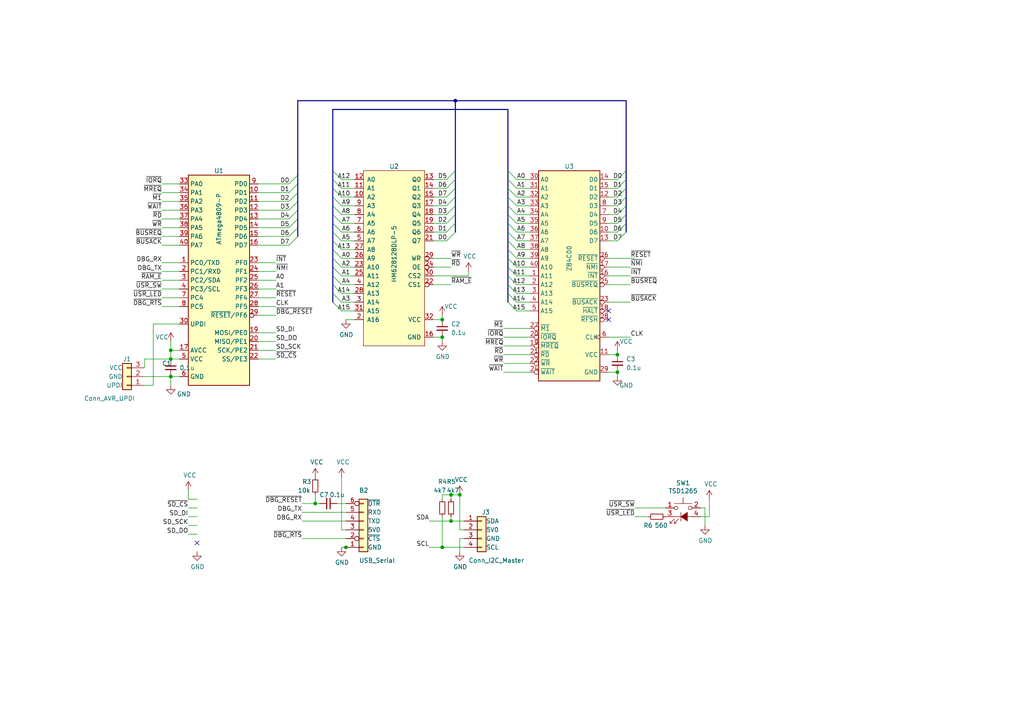
<source format=kicad_sch>
(kicad_sch (version 20211123) (generator eeschema)
  (paper "A4")
  (title_block (title "CyborgZ84C00 Prototype1") (date "2020-12-29") (rev "1") (company "Tadashi G. Takaoka"))
  (lib_symbols
    (symbol "0-LocalLibrary:628128" (pin_names (offset 1.016))
      (property "Reference" "U" (at -1.27 26.67 0))
      (property "Value" "628128" (at 0 -1.27 90))
      (symbol "628128_0_0"
        (pin power_in line (at 11.43 -22.86 180) (length 2.54) (name "GND") (number "16"))
        (pin power_in line (at 11.43 -17.78 180) (length 2.54) (name "VCC") (number "32"))
      )
      (symbol "628128_0_1"
        (rectangle (start -8.89 25.4) (end 8.89 -25.4) (fill (type background)))
      )
      (symbol "628128_1_1"
        (pin input line (at -11.43 17.78 0) (length 2.54) (name "A2") (number "10"))
        (pin input line (at -11.43 20.32 0) (length 2.54) (name "A1") (number "11"))
        (pin input line (at -11.43 22.86 0) (length 2.54) (name "A0") (number "12"))
        (pin bidirectional line (at 11.43 22.86 180) (length 2.54) (name "Q0") (number "13"))
        (pin bidirectional line (at 11.43 20.32 180) (length 2.54) (name "Q1") (number "14"))
        (pin bidirectional line (at 11.43 17.78 180) (length 2.54) (name "Q2") (number "15"))
        (pin bidirectional line (at 11.43 15.24 180) (length 2.54) (name "Q3") (number "17"))
        (pin bidirectional line (at 11.43 12.7 180) (length 2.54) (name "Q4") (number "18"))
        (pin bidirectional line (at 11.43 10.16 180) (length 2.54) (name "Q5") (number "19"))
        (pin input line (at -11.43 -17.78 0) (length 2.54) (name "A16") (number "2"))
        (pin bidirectional line (at 11.43 7.62 180) (length 2.54) (name "Q6") (number "20"))
        (pin bidirectional line (at 11.43 5.08 180) (length 2.54) (name "Q7") (number "21"))
        (pin input inverted (at 11.43 -7.62 180) (length 2.54) (name "CS1") (number "22"))
        (pin input line (at -11.43 -2.54 0) (length 2.54) (name "A10") (number "23"))
        (pin input inverted (at 11.43 -2.54 180) (length 2.54) (name "OE") (number "24"))
        (pin input line (at -11.43 -5.08 0) (length 2.54) (name "A11") (number "25"))
        (pin input line (at -11.43 0 0) (length 2.54) (name "A9") (number "26"))
        (pin input line (at -11.43 2.54 0) (length 2.54) (name "A8") (number "27"))
        (pin input line (at -11.43 -10.16 0) (length 2.54) (name "A13") (number "28"))
        (pin input inverted (at 11.43 0 180) (length 2.54) (name "WR") (number "29"))
        (pin input line (at -11.43 -12.7 0) (length 2.54) (name "A14") (number "3"))
        (pin input line (at 11.43 -5.08 180) (length 2.54) (name "CS2") (number "30"))
        (pin input line (at -11.43 -15.24 0) (length 2.54) (name "A15") (number "31"))
        (pin input line (at -11.43 -7.62 0) (length 2.54) (name "A12") (number "4"))
        (pin input line (at -11.43 5.08 0) (length 2.54) (name "A7") (number "5"))
        (pin input line (at -11.43 7.62 0) (length 2.54) (name "A6") (number "6"))
        (pin input line (at -11.43 10.16 0) (length 2.54) (name "A5") (number "7"))
        (pin input line (at -11.43 12.7 0) (length 2.54) (name "A4") (number "8"))
        (pin input line (at -11.43 15.24 0) (length 2.54) (name "A3") (number "9"))
      )
    )
    (symbol "0-LocalLibrary:ATmega4809-P"
      (property "Reference" "U" (at -1.27 30.48 0))
      (property "Value" "ATmega4809-P" (at -1.27 11.43 90))
      (symbol "ATmega4809-P_0_1"
        (rectangle (start -8.89 -30.48) (end 8.89 30.48) (stroke (width 0.254)) (fill (type background)))
      )
      (symbol "ATmega4809-P_1_1"
        (pin output line (at -11.43 5.08 0) (length 2.54) (name "PC0/TXD") (number "1"))
        (pin input line (at 11.43 25.4 180) (length 2.54) (name "PD1") (number "10"))
        (pin input line (at 11.43 22.86 180) (length 2.54) (name "PD2") (number "11"))
        (pin output line (at 11.43 20.32 180) (length 2.54) (name "PD3") (number "12"))
        (pin input line (at 11.43 17.78 180) (length 2.54) (name "PD4") (number "13"))
        (pin input line (at 11.43 15.24 180) (length 2.54) (name "PD5") (number "14"))
        (pin output line (at 11.43 12.7 180) (length 2.54) (name "PD6") (number "15"))
        (pin output line (at 11.43 10.16 180) (length 2.54) (name "PD7") (number "16"))
        (pin power_in line (at -11.43 -20.32 0) (length 2.54) (name "AVCC") (number "17"))
        (pin power_in line (at -11.43 -27.94 0) (length 2.54) hide (name "GND") (number "18"))
        (pin output line (at 11.43 -15.24 180) (length 2.54) (name "MOSI/PE0") (number "19"))
        (pin input line (at -11.43 2.54 0) (length 2.54) (name "PC1/RXD") (number "2"))
        (pin input line (at 11.43 -17.78 180) (length 2.54) (name "MISO/PE1") (number "20"))
        (pin output line (at 11.43 -20.32 180) (length 2.54) (name "SCK/PE2") (number "21"))
        (pin output line (at 11.43 -22.86 180) (length 2.54) (name "SS/PE3") (number "22"))
        (pin output line (at 11.43 5.08 180) (length 2.54) (name "PF0") (number "23"))
        (pin output line (at 11.43 2.54 180) (length 2.54) (name "PF1") (number "24"))
        (pin input line (at 11.43 0 180) (length 2.54) (name "PF2") (number "25"))
        (pin input line (at 11.43 -2.54 180) (length 2.54) (name "PF3") (number "26"))
        (pin output line (at 11.43 -5.08 180) (length 2.54) (name "PF4") (number "27"))
        (pin output line (at 11.43 -7.62 180) (length 2.54) (name "PF5") (number "28"))
        (pin input inverted (at 11.43 -10.16 180) (length 2.54) (name "~{RESET}/PF6") (number "29"))
        (pin bidirectional line (at -11.43 0 0) (length 2.54) (name "PC2/SDA") (number "3"))
        (pin bidirectional line (at -11.43 -12.7 0) (length 2.54) (name "UPDI") (number "30"))
        (pin power_in line (at -11.43 -22.86 0) (length 2.54) hide (name "VCC") (number "31"))
        (pin power_in line (at -11.43 -27.94 0) (length 2.54) hide (name "GND") (number "32"))
        (pin bidirectional line (at -11.43 27.94 0) (length 2.54) (name "PA0") (number "33"))
        (pin bidirectional line (at -11.43 25.4 0) (length 2.54) (name "PA1") (number "34"))
        (pin bidirectional line (at -11.43 22.86 0) (length 2.54) (name "PA2") (number "35"))
        (pin bidirectional line (at -11.43 20.32 0) (length 2.54) (name "PA3") (number "36"))
        (pin bidirectional line (at -11.43 17.78 0) (length 2.54) (name "PA4") (number "37"))
        (pin bidirectional line (at -11.43 15.24 0) (length 2.54) (name "PA5") (number "38"))
        (pin bidirectional line (at -11.43 12.7 0) (length 2.54) (name "PA6") (number "39"))
        (pin bidirectional line (at -11.43 -2.54 0) (length 2.54) (name "PC3/SCL") (number "4"))
        (pin bidirectional line (at -11.43 10.16 0) (length 2.54) (name "PA7") (number "40"))
        (pin power_in line (at -11.43 -22.86 0) (length 2.54) (name "VCC") (number "5"))
        (pin power_in line (at -11.43 -27.94 0) (length 2.54) (name "GND") (number "6"))
        (pin output line (at -11.43 -5.08 0) (length 2.54) (name "PC4") (number "7"))
        (pin output line (at -11.43 -7.62 0) (length 2.54) (name "PC5") (number "8"))
        (pin input line (at 11.43 27.94 180) (length 2.54) (name "PD0") (number "9"))
      )
    )
    (symbol "0-LocalLibrary:Conn_AVR_UPDI" (pin_names (offset 2.54))
      (property "Reference" "J" (at 0 7.62 0))
      (property "Value" "Conn_AVR_UPDI" (at 0 -2.54 0))
      (symbol "Conn_AVR_UPDI_1_1"
        (rectangle (start -1.27 0.127) (end 0 -0.127) (stroke (width 0.1524)))
        (rectangle (start -1.27 2.667) (end 0 2.413) (stroke (width 0.1524)))
        (rectangle (start -1.27 5.207) (end 0 4.953) (stroke (width 0.1524)))
        (rectangle (start -1.27 6.35) (end 1.27 -1.27) (stroke (width 0.254)) (fill (type background)))
        (pin bidirectional line (at -5.08 5.08 0) (length 3.81) (name "UPDI") (number "1"))
        (pin passive line (at -5.08 2.54 0) (length 3.81) (name "GND") (number "2"))
        (pin passive line (at -5.08 0 0) (length 3.81) (name "VCC") (number "3"))
      )
    )
    (symbol "0-LocalLibrary:Conn_I2C_Master" (pin_names (offset 2.54))
      (property "Reference" "J" (at 0 5.08 0))
      (property "Value" "Conn_I2C_Master" (at 0 -7.62 0))
      (symbol "Conn_I2C_Master_1_1"
        (rectangle (start -1.27 -4.953) (end 0 -5.207) (stroke (width 0.1524)))
        (rectangle (start -1.27 -2.413) (end 0 -2.667) (stroke (width 0.1524)))
        (rectangle (start -1.27 0.127) (end 0 -0.127) (stroke (width 0.1524)))
        (rectangle (start -1.27 2.667) (end 0 2.413) (stroke (width 0.1524)))
        (rectangle (start -1.27 3.81) (end 1.27 -6.35) (stroke (width 0.254)) (fill (type background)))
        (pin bidirectional line (at -5.08 2.54 0) (length 3.81) (name "SDA") (number "1"))
        (pin power_in line (at -5.08 0 0) (length 3.81) (name "5V0") (number "2"))
        (pin power_in line (at -5.08 -2.54 0) (length 3.81) (name "GND") (number "3"))
        (pin bidirectional line (at -5.08 -5.08 0) (length 3.81) (name "SCL") (number "4"))
      )
    )
    (symbol "0-LocalLibrary:SW_Push_LED" (pin_names (offset 1.016) hide)
      (property "Reference" "SW" (at 0.635 5.715 0))
      (property "Value" "SW_Push_LED" (at 0 -3.175 0))
      (symbol "SW_Push_LED_0_0"
        (polyline (pts (xy -3.81 -1.905) (xy -2.54 -0.635)))
        (polyline (pts (xy -2.54 -1.905) (xy -1.27 -0.635)))
        (polyline (pts (xy -2.54 0) (xy 2.54 0)))
        (polyline (pts (xy -0.635 1.27) (xy -0.635 -1.27)))
        (polyline (pts (xy -3.81 -1.27) (xy -3.81 -1.905) (xy -3.175 -1.905)))
        (polyline (pts (xy -2.54 -1.27) (xy -2.54 -1.905) (xy -1.905 -1.905)))
        (polyline (pts (xy -0.635 0) (xy 1.27 1.27) (xy 1.27 -1.27) (xy -0.635 0)) (fill (type outline)))
      )
      (symbol "SW_Push_LED_0_1"
        (circle (center -2.032 2.54) (radius 0.508))
        (polyline (pts (xy 0 3.81) (xy 0 5.588)))
        (polyline (pts (xy 2.54 3.81) (xy -2.54 3.81)))
        (circle (center 2.032 2.54) (radius 0.508))
        (pin passive line (at -5.08 2.54 0) (length 2.54) (name "1") (number "1"))
        (pin passive line (at 5.08 2.54 180) (length 2.54) (name "2") (number "2"))
        (pin passive line (at -5.08 0 0) (length 2.54) (name "K") (number "3"))
        (pin passive line (at 5.08 0 180) (length 2.54) (name "A") (number "4"))
      )
    )
    (symbol "0-LocalLibrary:USB_Serial" (pin_names (offset 2.54))
      (property "Reference" "B" (at 0 7.62 0))
      (property "Value" "USB_Serial" (at 0 -10.16 0))
      (symbol "USB_Serial_1_1"
        (rectangle (start -1.27 -7.493) (end 0 -7.747) (stroke (width 0.1524)))
        (rectangle (start -1.27 -4.953) (end 0 -5.207) (stroke (width 0.1524)))
        (rectangle (start -1.27 -2.413) (end 0 -2.667) (stroke (width 0.1524)))
        (rectangle (start -1.27 0.127) (end 0 -0.127) (stroke (width 0.1524)))
        (rectangle (start -1.27 2.667) (end 0 2.413) (stroke (width 0.1524)))
        (rectangle (start -1.27 5.207) (end 0 4.953) (stroke (width 0.1524)))
        (rectangle (start -1.27 6.35) (end 1.27 -8.89) (stroke (width 0.254)) (fill (type background)))
        (pin power_out line (at -5.08 -7.62 0) (length 3.81) (name "GND") (number "1"))
        (pin input inverted (at -5.08 -5.08 0) (length 3.81) (name "~{CTS}") (number "2"))
        (pin power_out line (at -5.08 -2.54 0) (length 3.81) (name "5V0") (number "3"))
        (pin input line (at -5.08 0 0) (length 3.81) (name "TXD") (number "4"))
        (pin output line (at -5.08 2.54 0) (length 3.81) (name "RXD") (number "5"))
        (pin output inverted (at -5.08 5.08 0) (length 3.81) (name "~{DTR}") (number "6"))
      )
    )
    (symbol "0-LocalLibrary:Z84C00"
      (property "Reference" "U" (at -1.27 31.75 0))
      (property "Value" "Z84C00" (at 0 -3.81 90))
      (symbol "Z84C00_0_1"
        (rectangle (start -8.89 -30.48) (end 8.89 30.48) (stroke (width 0.254)) (fill (type background)))
      )
      (symbol "Z84C00_1_1"
        (pin output line (at 11.43 0 180) (length 2.54) (name "A11") (number "1"))
        (pin bidirectional line (at -11.43 12.7 0) (length 2.54) (name "D6") (number "10"))
        (pin power_in line (at -11.43 -22.86 0) (length 2.54) (name "VCC") (number "11"))
        (pin bidirectional line (at -11.43 22.86 0) (length 2.54) (name "D2") (number "12"))
        (pin bidirectional line (at -11.43 10.16 0) (length 2.54) (name "D7") (number "13"))
        (pin bidirectional line (at -11.43 27.94 0) (length 2.54) (name "D0") (number "14"))
        (pin bidirectional line (at -11.43 25.4 0) (length 2.54) (name "D1") (number "15"))
        (pin input inverted (at -11.43 0 0) (length 2.54) (name "~{INT}") (number "16"))
        (pin input inverted (at -11.43 2.54 0) (length 2.54) (name "~{NMI}") (number "17"))
        (pin output inverted (at -11.43 -10.16 0) (length 2.54) (name "~{HALT}") (number "18"))
        (pin output inverted (at 11.43 -20.32 180) (length 2.54) (name "~{MREQ}") (number "19"))
        (pin output line (at 11.43 -2.54 180) (length 2.54) (name "A12") (number "2"))
        (pin output inverted (at 11.43 -17.78 180) (length 2.54) (name "~{IORQ}") (number "20"))
        (pin output inverted (at 11.43 -22.86 180) (length 2.54) (name "~{RD}") (number "21"))
        (pin output inverted (at 11.43 -25.4 180) (length 2.54) (name "~{WR}") (number "22"))
        (pin output inverted (at -11.43 -7.62 0) (length 2.54) (name "~{BUSACK}") (number "23"))
        (pin input inverted (at 11.43 -27.94 180) (length 2.54) (name "~{WAIT}") (number "24"))
        (pin input inverted (at -11.43 -2.54 0) (length 2.54) (name "~{BUSREQ}") (number "25"))
        (pin input inverted (at -11.43 5.08 0) (length 2.54) (name "~{RESET}") (number "26"))
        (pin output inverted (at 11.43 -15.24 180) (length 2.54) (name "~{M1}") (number "27"))
        (pin output inverted (at -11.43 -12.7 0) (length 2.54) (name "~{RFSH}") (number "28"))
        (pin power_in line (at -11.43 -27.94 0) (length 2.54) (name "GND") (number "29"))
        (pin output line (at 11.43 -5.08 180) (length 2.54) (name "A13") (number "3"))
        (pin output line (at 11.43 27.94 180) (length 2.54) (name "A0") (number "30"))
        (pin output line (at 11.43 25.4 180) (length 2.54) (name "A1") (number "31"))
        (pin output line (at 11.43 22.86 180) (length 2.54) (name "A2") (number "32"))
        (pin output line (at 11.43 20.32 180) (length 2.54) (name "A3") (number "33"))
        (pin output line (at 11.43 17.78 180) (length 2.54) (name "A4") (number "34"))
        (pin output line (at 11.43 15.24 180) (length 2.54) (name "A5") (number "35"))
        (pin output line (at 11.43 12.7 180) (length 2.54) (name "A6") (number "36"))
        (pin output line (at 11.43 10.16 180) (length 2.54) (name "A7") (number "37"))
        (pin output line (at 11.43 7.62 180) (length 2.54) (name "A8") (number "38"))
        (pin output line (at 11.43 5.08 180) (length 2.54) (name "A9") (number "39"))
        (pin output line (at 11.43 -7.62 180) (length 2.54) (name "A14") (number "4"))
        (pin output line (at 11.43 2.54 180) (length 2.54) (name "A10") (number "40"))
        (pin output line (at 11.43 -10.16 180) (length 2.54) (name "A15") (number "5"))
        (pin input clock (at -11.43 -17.78 0) (length 2.54) (name "CLK") (number "6"))
        (pin bidirectional line (at -11.43 17.78 0) (length 2.54) (name "D4") (number "7"))
        (pin bidirectional line (at -11.43 20.32 0) (length 2.54) (name "D3") (number "8"))
        (pin bidirectional line (at -11.43 15.24 0) (length 2.54) (name "D5") (number "9"))
      )
    )
    (symbol "Device:C_Small" (pin_numbers hide) (pin_names (offset 0.254) hide)
      (property "Reference" "C" (at 0.254 1.778 0))
      (property "Value" "C_Small" (at 0.254 -2.032 0))
      (symbol "C_Small_0_1"
        (polyline (pts (xy -1.524 -0.508) (xy 1.524 -0.508)) (stroke (width 0.3302)))
        (polyline (pts (xy -1.524 0.508) (xy 1.524 0.508)) (stroke (width 0.3048)))
      )
      (symbol "C_Small_1_1"
        (pin passive line (at 0 2.54 270) (length 2.032) (name "~") (number "1"))
        (pin passive line (at 0 -2.54 90) (length 2.032) (name "~") (number "2"))
      )
    )
    (symbol "Device:R_Small" (pin_numbers hide) (pin_names (offset 0.254) hide)
      (property "Reference" "R" (at 0.762 0.508 0))
      (property "Value" "R_Small" (at 0.762 -1.016 0))
      (symbol "R_Small_0_1"
        (rectangle (start -0.762 1.778) (end 0.762 -1.778) (stroke (width 0.2032)))
      )
      (symbol "R_Small_1_1"
        (pin passive line (at 0 2.54 270) (length 0.762) (name "~") (number "1"))
        (pin passive line (at 0 -2.54 90) (length 0.762) (name "~") (number "2"))
      )
    )
    (symbol "power:GND" (power) (pin_names (offset 0))
      (property "Value" "GND" (at 0 -3.81 0))
      (symbol "GND_0_1"
        (polyline (pts (xy 0 0) (xy 0 -1.27) (xy 1.27 -1.27) (xy 0 -2.54) (xy -1.27 -1.27) (xy 0 -1.27)))
      )
      (symbol "GND_1_1"
        (pin power_in line (at 0 0 270) (length 0) hide (name "GND") (number "1"))
      )
    )
    (symbol "power:VCC" (power) (pin_names (offset 0))
      (property "Value" "VCC" (at 0 3.81 0))
      (symbol "VCC_0_1"
        (polyline (pts (xy -0.762 1.27) (xy 0 2.54)))
        (polyline (pts (xy 0 0) (xy 0 2.54)))
        (polyline (pts (xy 0 2.54) (xy 0.762 1.27)))
      )
      (symbol "VCC_1_1"
        (pin power_in line (at 0 0 90) (length 0) hide (name "VCC") (number "1"))
      )
    )
  )
  (junction (at 130.81 143.51))
  (junction (at 128.27 97.79))
  (junction (at 130.81 151.13))
  (junction (at 133.35 143.51))
  (junction (at 49.53 101.6))
  (junction (at 128.27 92.71))
  (junction (at 49.53 109.22))
  (junction (at 91.44 146.05))
  (junction (at 49.53 104.14))
  (junction (at 128.27 158.75))
  (junction (at 132.08 29.21))
  (junction (at 100.33 158.75))
  (junction (at 179.07 102.87))
  (junction (at 179.07 107.95))
  (no_connect (at 57.15 157.48))
  (no_connect (at 176.53 92.71))
  (no_connect (at 176.53 90.17))
  (bus_entry (at 129.54 54.61) (size 2.54 -2.54))
  (bus_entry (at 147.32 49.53) (size 2.54 2.54))
  (bus_entry (at 96.52 52.07) (size 2.54 2.54))
  (bus_entry (at 96.52 67.31) (size 2.54 2.54))
  (bus_entry (at 86.36 60.96) (size -2.54 2.54))
  (bus_entry (at 96.52 62.23) (size 2.54 2.54))
  (bus_entry (at 86.36 68.58) (size -2.54 2.54))
  (bus_entry (at 86.36 58.42) (size -2.54 2.54))
  (bus_entry (at 179.07 54.61) (size 2.54 -2.54))
  (bus_entry (at 129.54 57.15) (size 2.54 -2.54))
  (bus_entry (at 86.36 66.04) (size -2.54 2.54))
  (bus_entry (at 96.52 57.15) (size 2.54 2.54))
  (bus_entry (at 179.07 69.85) (size 2.54 -2.54))
  (bus_entry (at 129.54 69.85) (size 2.54 -2.54))
  (bus_entry (at 147.32 80.01) (size 2.54 2.54))
  (bus_entry (at 179.07 52.07) (size 2.54 -2.54))
  (bus_entry (at 129.54 64.77) (size 2.54 -2.54))
  (bus_entry (at 147.32 85.09) (size 2.54 2.54))
  (bus_entry (at 147.32 67.31) (size 2.54 2.54))
  (bus_entry (at 129.54 59.69) (size 2.54 -2.54))
  (bus_entry (at 96.52 69.85) (size 2.54 2.54))
  (bus_entry (at 147.32 64.77) (size 2.54 2.54))
  (bus_entry (at 147.32 62.23) (size 2.54 2.54))
  (bus_entry (at 147.32 82.55) (size 2.54 2.54))
  (bus_entry (at 147.32 72.39) (size 2.54 2.54))
  (bus_entry (at 96.52 49.53) (size 2.54 2.54))
  (bus_entry (at 96.52 82.55) (size 2.54 2.54))
  (bus_entry (at 179.07 62.23) (size 2.54 -2.54))
  (bus_entry (at 86.36 55.88) (size -2.54 2.54))
  (bus_entry (at 147.32 87.63) (size 2.54 2.54))
  (bus_entry (at 129.54 67.31) (size 2.54 -2.54))
  (bus_entry (at 96.52 80.01) (size 2.54 2.54))
  (bus_entry (at 86.36 63.5) (size -2.54 2.54))
  (bus_entry (at 96.52 54.61) (size 2.54 2.54))
  (bus_entry (at 96.52 74.93) (size 2.54 2.54))
  (bus_entry (at 179.07 57.15) (size 2.54 -2.54))
  (bus_entry (at 179.07 64.77) (size 2.54 -2.54))
  (bus_entry (at 129.54 52.07) (size 2.54 -2.54))
  (bus_entry (at 147.32 77.47) (size 2.54 2.54))
  (bus_entry (at 96.52 64.77) (size 2.54 2.54))
  (bus_entry (at 147.32 57.15) (size 2.54 2.54))
  (bus_entry (at 129.54 62.23) (size 2.54 -2.54))
  (bus_entry (at 147.32 59.69) (size 2.54 2.54))
  (bus_entry (at 86.36 50.8) (size -2.54 2.54))
  (bus_entry (at 96.52 59.69) (size 2.54 2.54))
  (bus_entry (at 96.52 87.63) (size 2.54 2.54))
  (bus_entry (at 179.07 59.69) (size 2.54 -2.54))
  (bus_entry (at 179.07 67.31) (size 2.54 -2.54))
  (bus_entry (at 147.32 69.85) (size 2.54 2.54))
  (bus_entry (at 96.52 85.09) (size 2.54 2.54))
  (bus_entry (at 96.52 77.47) (size 2.54 2.54))
  (bus_entry (at 96.52 72.39) (size 2.54 2.54))
  (bus_entry (at 147.32 52.07) (size 2.54 2.54))
  (bus_entry (at 147.32 54.61) (size 2.54 2.54))
  (bus_entry (at 147.32 74.93) (size 2.54 2.54))
  (bus_entry (at 86.36 53.34) (size -2.54 2.54))
  (bus (pts (xy 132.08 57.15) (xy 132.08 59.69)))
  (wire (pts (xy 133.35 156.21) (xy 133.35 160.02)))
  (wire (pts (xy 99.06 87.63) (xy 102.87 87.63)))
  (wire (pts (xy 134.62 153.67) (xy 133.35 153.67)))
  (wire (pts (xy 128.27 97.79) (xy 125.73 97.79)))
  (wire (pts (xy 87.63 156.21) (xy 100.33 156.21)))
  (wire (pts (xy 54.61 142.24) (xy 54.61 144.78)))
  (wire (pts (xy 52.07 104.14) (xy 49.53 104.14)))
  (bus (pts (xy 86.36 66.04) (xy 86.36 68.58)))
  (wire (pts (xy 176.53 54.61) (xy 179.07 54.61)))
  (wire (pts (xy 100.33 92.71) (xy 102.87 92.71)))
  (wire (pts (xy 91.44 146.05) (xy 92.71 146.05)))
  (wire (pts (xy 146.05 100.33) (xy 153.67 100.33)))
  (bus (pts (xy 147.32 57.15) (xy 147.32 59.69)))
  (wire (pts (xy 74.93 91.44) (xy 80.01 91.44)))
  (wire (pts (xy 52.07 53.34) (xy 46.99 53.34)))
  (bus (pts (xy 181.61 29.21) (xy 181.61 49.53)))
  (bus (pts (xy 96.52 80.01) (xy 96.52 82.55)))
  (wire (pts (xy 80.01 86.36) (xy 74.93 86.36)))
  (wire (pts (xy 99.06 85.09) (xy 102.87 85.09)))
  (wire (pts (xy 80.01 104.14) (xy 74.93 104.14)))
  (bus (pts (xy 147.32 52.07) (xy 147.32 54.61)))
  (bus (pts (xy 86.36 29.21) (xy 132.08 29.21)))
  (bus (pts (xy 132.08 59.69) (xy 132.08 62.23)))
  (wire (pts (xy 134.62 156.21) (xy 133.35 156.21)))
  (bus (pts (xy 147.32 49.53) (xy 147.32 52.07)))
  (wire (pts (xy 176.53 80.01) (xy 182.88 80.01)))
  (wire (pts (xy 149.86 90.17) (xy 153.67 90.17)))
  (wire (pts (xy 125.73 92.71) (xy 128.27 92.71)))
  (wire (pts (xy 125.73 69.85) (xy 129.54 69.85)))
  (wire (pts (xy 83.82 68.58) (xy 74.93 68.58)))
  (wire (pts (xy 204.47 147.32) (xy 204.47 152.4)))
  (wire (pts (xy 125.73 52.07) (xy 129.54 52.07)))
  (wire (pts (xy 49.53 104.14) (xy 49.53 101.6)))
  (wire (pts (xy 57.15 152.4) (xy 54.61 152.4)))
  (bus (pts (xy 96.52 52.07) (xy 96.52 54.61)))
  (bus (pts (xy 86.36 53.34) (xy 86.36 55.88)))
  (wire (pts (xy 133.35 153.67) (xy 133.35 143.51)))
  (bus (pts (xy 147.32 54.61) (xy 147.32 57.15)))
  (bus (pts (xy 96.52 62.23) (xy 96.52 64.77)))
  (wire (pts (xy 130.81 144.78) (xy 130.81 143.51)))
  (bus (pts (xy 96.52 31.75) (xy 147.32 31.75)))
  (wire (pts (xy 176.53 102.87) (xy 179.07 102.87)))
  (wire (pts (xy 74.93 101.6) (xy 80.01 101.6)))
  (wire (pts (xy 83.82 63.5) (xy 74.93 63.5)))
  (wire (pts (xy 128.27 158.75) (xy 134.62 158.75)))
  (wire (pts (xy 135.89 80.01) (xy 135.89 78.74)))
  (wire (pts (xy 52.07 83.82) (xy 46.99 83.82)))
  (wire (pts (xy 41.91 104.14) (xy 41.91 106.68)))
  (bus (pts (xy 181.61 62.23) (xy 181.61 64.77)))
  (wire (pts (xy 83.82 55.88) (xy 74.93 55.88)))
  (wire (pts (xy 46.99 76.2) (xy 52.07 76.2)))
  (wire (pts (xy 128.27 149.86) (xy 128.27 158.75)))
  (bus (pts (xy 96.52 74.93) (xy 96.52 77.47)))
  (wire (pts (xy 49.53 109.22) (xy 49.53 111.76)))
  (wire (pts (xy 99.06 59.69) (xy 102.87 59.69)))
  (wire (pts (xy 128.27 97.79) (xy 128.27 99.06)))
  (wire (pts (xy 80.01 99.06) (xy 74.93 99.06)))
  (wire (pts (xy 99.06 72.39) (xy 102.87 72.39)))
  (wire (pts (xy 125.73 82.55) (xy 130.81 82.55)))
  (bus (pts (xy 132.08 29.21) (xy 181.61 29.21)))
  (wire (pts (xy 146.05 105.41) (xy 153.67 105.41)))
  (wire (pts (xy 149.86 82.55) (xy 153.67 82.55)))
  (wire (pts (xy 125.73 54.61) (xy 129.54 54.61)))
  (wire (pts (xy 52.07 55.88) (xy 46.99 55.88)))
  (wire (pts (xy 41.91 109.22) (xy 49.53 109.22)))
  (wire (pts (xy 99.06 158.75) (xy 100.33 158.75)))
  (wire (pts (xy 91.44 143.51) (xy 91.44 146.05)))
  (bus (pts (xy 147.32 69.85) (xy 147.32 72.39)))
  (wire (pts (xy 83.82 53.34) (xy 74.93 53.34)))
  (bus (pts (xy 181.61 49.53) (xy 181.61 52.07)))
  (wire (pts (xy 149.86 52.07) (xy 153.67 52.07)))
  (wire (pts (xy 176.53 107.95) (xy 179.07 107.95)))
  (wire (pts (xy 99.06 67.31) (xy 102.87 67.31)))
  (wire (pts (xy 57.15 149.86) (xy 54.61 149.86)))
  (wire (pts (xy 99.06 54.61) (xy 102.87 54.61)))
  (wire (pts (xy 99.06 77.47) (xy 102.87 77.47)))
  (bus (pts (xy 96.52 64.77) (xy 96.52 67.31)))
  (bus (pts (xy 132.08 49.53) (xy 132.08 52.07)))
  (bus (pts (xy 86.36 63.5) (xy 86.36 66.04)))
  (wire (pts (xy 184.15 147.32) (xy 193.04 147.32)))
  (wire (pts (xy 125.73 67.31) (xy 129.54 67.31)))
  (bus (pts (xy 86.36 50.8) (xy 86.36 53.34)))
  (bus (pts (xy 96.52 82.55) (xy 96.52 85.09)))
  (wire (pts (xy 49.53 109.22) (xy 52.07 109.22)))
  (wire (pts (xy 87.63 148.59) (xy 100.33 148.59)))
  (wire (pts (xy 87.63 151.13) (xy 100.33 151.13)))
  (wire (pts (xy 153.67 107.95) (xy 146.05 107.95)))
  (wire (pts (xy 74.93 96.52) (xy 80.01 96.52)))
  (bus (pts (xy 96.52 49.53) (xy 96.52 52.07)))
  (wire (pts (xy 125.73 80.01) (xy 135.89 80.01)))
  (wire (pts (xy 149.86 77.47) (xy 153.67 77.47)))
  (wire (pts (xy 52.07 88.9) (xy 46.99 88.9)))
  (wire (pts (xy 49.53 101.6) (xy 49.53 99.06)))
  (wire (pts (xy 52.07 68.58) (xy 46.99 68.58)))
  (bus (pts (xy 132.08 64.77) (xy 132.08 67.31)))
  (wire (pts (xy 176.53 87.63) (xy 182.88 87.63)))
  (wire (pts (xy 176.53 59.69) (xy 179.07 59.69)))
  (wire (pts (xy 99.06 138.43) (xy 99.06 153.67)))
  (wire (pts (xy 176.53 97.79) (xy 182.88 97.79)))
  (wire (pts (xy 99.06 62.23) (xy 102.87 62.23)))
  (wire (pts (xy 176.53 69.85) (xy 179.07 69.85)))
  (wire (pts (xy 52.07 101.6) (xy 49.53 101.6)))
  (wire (pts (xy 87.63 146.05) (xy 91.44 146.05)))
  (wire (pts (xy 52.07 78.74) (xy 46.99 78.74)))
  (bus (pts (xy 147.32 85.09) (xy 147.32 87.63)))
  (bus (pts (xy 96.52 67.31) (xy 96.52 69.85)))
  (bus (pts (xy 132.08 62.23) (xy 132.08 64.77)))
  (wire (pts (xy 99.06 74.93) (xy 102.87 74.93)))
  (bus (pts (xy 181.61 57.15) (xy 181.61 59.69)))
  (wire (pts (xy 176.53 57.15) (xy 179.07 57.15)))
  (wire (pts (xy 83.82 58.42) (xy 74.93 58.42)))
  (bus (pts (xy 86.36 58.42) (xy 86.36 60.96)))
  (wire (pts (xy 125.73 64.77) (xy 129.54 64.77)))
  (wire (pts (xy 41.91 111.76) (xy 44.45 111.76)))
  (bus (pts (xy 147.32 72.39) (xy 147.32 74.93)))
  (wire (pts (xy 133.35 143.51) (xy 130.81 143.51)))
  (wire (pts (xy 125.73 62.23) (xy 129.54 62.23)))
  (wire (pts (xy 83.82 60.96) (xy 74.93 60.96)))
  (wire (pts (xy 128.27 91.44) (xy 128.27 92.71)))
  (bus (pts (xy 147.32 59.69) (xy 147.32 62.23)))
  (wire (pts (xy 46.99 81.28) (xy 52.07 81.28)))
  (bus (pts (xy 132.08 54.61) (xy 132.08 57.15)))
  (bus (pts (xy 86.36 60.96) (xy 86.36 63.5)))
  (wire (pts (xy 124.46 158.75) (xy 128.27 158.75)))
  (bus (pts (xy 181.61 59.69) (xy 181.61 62.23)))
  (wire (pts (xy 74.93 81.28) (xy 80.01 81.28)))
  (wire (pts (xy 99.06 52.07) (xy 102.87 52.07)))
  (wire (pts (xy 83.82 66.04) (xy 74.93 66.04)))
  (wire (pts (xy 149.86 59.69) (xy 153.67 59.69)))
  (wire (pts (xy 149.86 57.15) (xy 153.67 57.15)))
  (bus (pts (xy 181.61 54.61) (xy 181.61 57.15)))
  (bus (pts (xy 181.61 52.07) (xy 181.61 54.61)))
  (wire (pts (xy 149.86 80.01) (xy 153.67 80.01)))
  (wire (pts (xy 149.86 67.31) (xy 153.67 67.31)))
  (wire (pts (xy 57.15 144.78) (xy 54.61 144.78)))
  (wire (pts (xy 124.46 151.13) (xy 130.81 151.13)))
  (bus (pts (xy 96.52 31.75) (xy 96.52 49.53)))
  (wire (pts (xy 203.2 149.86) (xy 205.74 149.86)))
  (wire (pts (xy 52.07 58.42) (xy 46.99 58.42)))
  (wire (pts (xy 176.53 62.23) (xy 179.07 62.23)))
  (wire (pts (xy 205.74 144.78) (xy 205.74 149.86)))
  (wire (pts (xy 44.45 93.98) (xy 52.07 93.98)))
  (wire (pts (xy 125.73 59.69) (xy 129.54 59.69)))
  (wire (pts (xy 176.53 77.47) (xy 182.88 77.47)))
  (wire (pts (xy 125.73 74.93) (xy 130.81 74.93)))
  (wire (pts (xy 57.15 147.32) (xy 54.61 147.32)))
  (wire (pts (xy 52.07 63.5) (xy 46.99 63.5)))
  (bus (pts (xy 96.52 54.61) (xy 96.52 57.15)))
  (wire (pts (xy 149.86 54.61) (xy 153.67 54.61)))
  (bus (pts (xy 147.32 64.77) (xy 147.32 67.31)))
  (wire (pts (xy 74.93 78.74) (xy 80.01 78.74)))
  (wire (pts (xy 80.01 88.9) (xy 74.93 88.9)))
  (wire (pts (xy 100.33 158.75) (xy 101.6 158.75)))
  (bus (pts (xy 147.32 67.31) (xy 147.32 69.85)))
  (wire (pts (xy 52.07 66.04) (xy 46.99 66.04)))
  (bus (pts (xy 86.36 55.88) (xy 86.36 58.42)))
  (wire (pts (xy 99.06 82.55) (xy 102.87 82.55)))
  (wire (pts (xy 184.15 149.86) (xy 187.96 149.86)))
  (bus (pts (xy 147.32 31.75) (xy 147.32 49.53)))
  (bus (pts (xy 96.52 59.69) (xy 96.52 62.23)))
  (wire (pts (xy 176.53 74.93) (xy 184.15 74.93)))
  (bus (pts (xy 132.08 29.21) (xy 132.08 49.53)))
  (wire (pts (xy 149.86 64.77) (xy 153.67 64.77)))
  (wire (pts (xy 149.86 72.39) (xy 153.67 72.39)))
  (wire (pts (xy 99.06 153.67) (xy 100.33 153.67)))
  (bus (pts (xy 86.36 29.21) (xy 86.36 50.8)))
  (wire (pts (xy 176.53 82.55) (xy 182.88 82.55)))
  (wire (pts (xy 176.53 52.07) (xy 179.07 52.07)))
  (bus (pts (xy 147.32 80.01) (xy 147.32 82.55)))
  (bus (pts (xy 147.32 74.93) (xy 147.32 77.47)))
  (wire (pts (xy 146.05 97.79) (xy 153.67 97.79)))
  (wire (pts (xy 125.73 57.15) (xy 129.54 57.15)))
  (bus (pts (xy 96.52 85.09) (xy 96.52 87.63)))
  (wire (pts (xy 134.62 151.13) (xy 130.81 151.13)))
  (wire (pts (xy 99.06 64.77) (xy 102.87 64.77)))
  (wire (pts (xy 203.2 147.32) (xy 204.47 147.32)))
  (wire (pts (xy 74.93 83.82) (xy 80.01 83.82)))
  (wire (pts (xy 130.81 149.86) (xy 130.81 151.13)))
  (wire (pts (xy 179.07 109.22) (xy 179.07 107.95)))
  (bus (pts (xy 96.52 77.47) (xy 96.52 80.01)))
  (bus (pts (xy 96.52 69.85) (xy 96.52 72.39)))
  (wire (pts (xy 149.86 85.09) (xy 153.67 85.09)))
  (wire (pts (xy 149.86 74.93) (xy 153.67 74.93)))
  (wire (pts (xy 146.05 95.25) (xy 153.67 95.25)))
  (wire (pts (xy 99.06 80.01) (xy 102.87 80.01)))
  (wire (pts (xy 49.53 104.14) (xy 41.91 104.14)))
  (wire (pts (xy 149.86 87.63) (xy 153.67 87.63)))
  (wire (pts (xy 44.45 111.76) (xy 44.45 93.98)))
  (wire (pts (xy 99.06 69.85) (xy 102.87 69.85)))
  (bus (pts (xy 181.61 64.77) (xy 181.61 67.31)))
  (wire (pts (xy 99.06 90.17) (xy 102.87 90.17)))
  (wire (pts (xy 128.27 143.51) (xy 130.81 143.51)))
  (wire (pts (xy 52.07 86.36) (xy 46.99 86.36)))
  (wire (pts (xy 128.27 144.78) (xy 128.27 143.51)))
  (wire (pts (xy 52.07 71.12) (xy 46.99 71.12)))
  (wire (pts (xy 52.07 60.96) (xy 46.99 60.96)))
  (wire (pts (xy 57.15 154.94) (xy 54.61 154.94)))
  (wire (pts (xy 149.86 69.85) (xy 153.67 69.85)))
  (wire (pts (xy 125.73 77.47) (xy 130.81 77.47)))
  (wire (pts (xy 149.86 62.23) (xy 153.67 62.23)))
  (wire (pts (xy 100.33 146.05) (xy 97.79 146.05)))
  (bus (pts (xy 147.32 77.47) (xy 147.32 80.01)))
  (bus (pts (xy 96.52 57.15) (xy 96.52 59.69)))
  (wire (pts (xy 176.53 64.77) (xy 179.07 64.77)))
  (wire (pts (xy 179.07 102.87) (xy 179.07 101.6)))
  (wire (pts (xy 83.82 71.12) (xy 74.93 71.12)))
  (bus (pts (xy 147.32 62.23) (xy 147.32 64.77)))
  (bus (pts (xy 96.52 72.39) (xy 96.52 74.93)))
  (bus (pts (xy 147.32 82.55) (xy 147.32 85.09)))
  (wire (pts (xy 74.93 76.2) (xy 80.01 76.2)))
  (wire (pts (xy 176.53 67.31) (xy 179.07 67.31)))
  (wire (pts (xy 99.06 57.15) (xy 102.87 57.15)))
  (bus (pts (xy 132.08 52.07) (xy 132.08 54.61)))
  (wire (pts (xy 146.05 102.87) (xy 153.67 102.87)))
  (label "D1" (at 81.28 55.88 0))
  (label "A0" (at 152.4 52.07 180))
  (label "~{SD_CS}" (at 54.61 147.32 180))
  (label "A10" (at 101.6 57.15 180))
  (label "~{USR_SW}" (at 46.99 83.82 180))
  (label "D3" (at 81.28 60.96 0))
  (label "A8" (at 101.6 62.23 180))
  (label "A4" (at 152.4 62.23 180))
  (label "D5" (at 81.28 66.04 0))
  (label "~{WR}" (at 46.99 66.04 180))
  (label "DBG_RX" (at 46.99 76.2 180))
  (label "~{INT}" (at 80.01 76.2 0))
  (label "D4" (at 127 59.69 0))
  (label "D1" (at 177.8 54.61 0))
  (label "~{USR_LED}" (at 184.15 149.86 180))
  (label "~{BUSACK}" (at 182.88 87.63 0))
  (label "~{SD_CS}" (at 80.01 104.14 0))
  (label "~{RD}" (at 146.05 102.87 180))
  (label "~{MREQ}" (at 146.05 100.33 180))
  (label "CLK" (at 80.01 88.9 0))
  (label "SD_DO" (at 54.61 154.94 180))
  (label "A14" (at 152.4 87.63 180))
  (label "A2" (at 152.4 57.15 180))
  (label "A9" (at 152.4 74.93 180))
  (label "~{DBG_RESET}" (at 87.63 146.05 180))
  (label "A0" (at 101.6 74.93 180))
  (label "SD_DI" (at 80.01 96.52 0))
  (label "A1" (at 80.01 83.82 0))
  (label "DBG_RX" (at 87.63 151.13 180))
  (label "~{RAM_E}" (at 46.99 81.28 180))
  (label "A7" (at 101.6 64.77 180))
  (label "A11" (at 152.4 80.01 180))
  (label "D6" (at 127 54.61 0))
  (label "~{USR_LED}" (at 46.99 86.36 180))
  (label "A5" (at 101.6 69.85 180))
  (label "D4" (at 177.8 62.23 0))
  (label "DBG_TX" (at 46.99 78.74 180))
  (label "SD_SCK" (at 80.01 101.6 0))
  (label "A6" (at 101.6 67.31 180))
  (label "D4" (at 81.28 63.5 0))
  (label "D0" (at 81.28 53.34 0))
  (label "D7" (at 127 57.15 0))
  (label "A7" (at 152.4 69.85 180))
  (label "A14" (at 101.6 85.09 180))
  (label "D6" (at 177.8 67.31 0))
  (label "~{WAIT}" (at 46.99 60.96 180))
  (label "~{NMI}" (at 80.01 78.74 0))
  (label "A0" (at 80.01 81.28 0))
  (label "A3" (at 101.6 87.63 180))
  (label "A11" (at 101.6 54.61 180))
  (label "A6" (at 152.4 67.31 180))
  (label "D3" (at 127 62.23 0))
  (label "~{DBG_RESET}" (at 80.01 91.44 0))
  (label "~{BUSREQ}" (at 46.99 68.58 180))
  (label "D5" (at 177.8 64.77 0))
  (label "~{RESET}" (at 80.01 86.36 0))
  (label "A3" (at 152.4 59.69 180))
  (label "D1" (at 127 67.31 0))
  (label "D2" (at 177.8 57.15 0))
  (label "A9" (at 101.6 59.69 180))
  (label "A15" (at 152.4 90.17 180))
  (label "~{DBG_RTS}" (at 46.99 88.9 180))
  (label "~{BUSREQ}" (at 182.88 82.55 0))
  (label "~{INT}" (at 182.88 80.01 0))
  (label "A5" (at 152.4 64.77 180))
  (label "D5" (at 127 52.07 0))
  (label "SDA" (at 124.46 151.13 180))
  (label "SD_SCK" (at 54.61 152.4 180))
  (label "~{BUSACK}" (at 46.99 71.12 180))
  (label "~{DBG_RTS}" (at 87.63 156.21 180))
  (label "~{RESET}" (at 182.88 74.93 0))
  (label "A2" (at 101.6 77.47 180))
  (label "~{WAIT}" (at 146.05 107.95 180))
  (label "A12" (at 152.4 82.55 180))
  (label "A12" (at 101.6 52.07 180))
  (label "D3" (at 177.8 59.69 0))
  (label "A13" (at 152.4 85.09 180))
  (label "D0" (at 127 69.85 0))
  (label "DBG_TX" (at 87.63 148.59 180))
  (label "~{USR_SW}" (at 184.15 147.32 180))
  (label "A13" (at 101.6 72.39 180))
  (label "~{IORQ}" (at 146.05 97.79 180))
  (label "~{RD}" (at 130.81 77.47 0))
  (label "A15" (at 101.6 90.17 180))
  (label "~{RAM_E}" (at 130.81 82.55 0))
  (label "A1" (at 152.4 54.61 180))
  (label "~{WR}" (at 146.05 105.41 180))
  (label "CLK" (at 182.88 97.79 0))
  (label "D0" (at 177.8 52.07 0))
  (label "D7" (at 81.28 71.12 0))
  (label "D7" (at 177.8 69.85 0))
  (label "A10" (at 152.4 77.47 180))
  (label "~{IORQ}" (at 46.99 53.34 180))
  (label "~{M1}" (at 46.99 58.42 180))
  (label "~{MREQ}" (at 46.99 55.88 180))
  (label "A4" (at 101.6 82.55 180))
  (label "SD_DO" (at 80.01 99.06 0))
  (label "D6" (at 81.28 68.58 0))
  (label "~{WR}" (at 130.81 74.93 0))
  (label "~{NMI}" (at 182.88 77.47 0))
  (label "A1" (at 101.6 80.01 180))
  (label "SCL" (at 124.46 158.75 180))
  (label "SD_DI" (at 54.61 149.86 180))
  (label "~{RD}" (at 46.99 63.5 180))
  (label "D2" (at 127 64.77 0))
  (label "D2" (at 81.28 58.42 0))
  (label "~{M1}" (at 146.05 95.25 180))
  (label "A8" (at 152.4 72.39 180))
  (symbol (lib_id "0-LocalLibrary:628128") (at 114.3 74.93 0) (unit 1)
    (property "Reference" "U2" (at 114.3 48.26 0))
    (property "Value" "HM628128DLP-5" (at 114.3 73.66 90))
    (property "Footprint" "Package_DIP:DIP-32_W15.24mm_Socket" (effects hide))
  )
  (symbol (lib_id "power:GND") (at 128.27 99.06 0) (unit 1)
    (property "Reference" "#PWR012" (effects hide))
    (property "Value" "GND" (at 128.397 103.4542 0))
  )
  (symbol (lib_id "power:VCC") (at -1352.55 -1136.65 0) (unit 1)
    (property "Reference" "#PWR01" (effects hide))
    (property "Value" "VCC" (at -1352.1182 -1141.0442 0))
  )
  (symbol (lib_id "power:VCC") (at 128.27 91.44 0) (unit 1)
    (property "Reference" "#PWR011" (effects hide))
    (property "Value" "VCC" (at 130.81 88.9 0))
  )
  (symbol (lib_id "power:VCC") (at 179.07 101.6 0) (unit 1)
    (property "Reference" "#PWR020" (effects hide))
    (property "Value" "VCC" (at 181.61 99.06 0))
  )
  (symbol (lib_id "power:GND") (at 179.07 109.22 0) (unit 1)
    (property "Reference" "#PWR021" (effects hide))
    (property "Value" "GND" (at 181.61 111.76 0))
  )
  (symbol (lib_id "power:GND") (at 100.33 92.71 0) (unit 1)
    (property "Reference" "#PWR08" (effects hide))
    (property "Value" "GND" (at 100.457 97.1042 0))
  )
  (symbol (lib_id "power:VCC") (at 49.53 99.06 0) (unit 1)
    (property "Reference" "#PWR02" (effects hide))
    (property "Value" "VCC" (at 46.99 97.79 0))
  )
  (symbol (lib_id "Device:R_Small") (at 130.81 147.32 0) (unit 1)
    (property "Reference" "R5" (at 129.54 139.7 0) (effects (justify left)))
    (property "Value" "4k7" (at 129.54 142.24 0) (effects (justify left)))
    (property "Footprint" "Resistor_THT:R_Axial_DIN0204_L3.6mm_D1.6mm_P5.08mm_Horizontal" (effects hide))
  )
  (symbol (lib_id "Device:R_Small") (at 128.27 147.32 0) (unit 1)
    (property "Reference" "R4" (at 127 139.7 0) (effects (justify left)))
    (property "Value" "4k7" (at 125.73 142.24 0) (effects (justify left)))
    (property "Footprint" "Resistor_THT:R_Axial_DIN0204_L3.6mm_D1.6mm_P5.08mm_Horizontal" (effects hide))
  )
  (symbol (lib_id "Device:C_Small") (at 49.53 106.68 0) (unit 1)
    (property "Reference" "C1" (at 46.99 105.41 0) (effects (justify left)))
    (property "Value" "0.1u" (at 52.07 106.68 0) (effects (justify left)))
    (property "Footprint" "Capacitor_THT:C_Disc_D3.4mm_W2.1mm_P2.50mm" (effects hide))
  )
  (symbol (lib_id "power:GND") (at 57.15 160.02 0) (unit 1)
    (property "Reference" "#PWR05" (effects hide))
    (property "Value" "GND" (at 57.277 164.4142 0))
  )
  (symbol (lib_id "Device:C_Small") (at 95.25 146.05 270) (unit 1)
    (property "Reference" "C7" (at 93.98 143.51 90))
    (property "Value" "0.1u" (at 97.79 143.51 90))
    (property "Footprint" "Capacitor_THT:C_Disc_D3.4mm_W2.1mm_P2.50mm" (effects hide))
  )
  (symbol (lib_id "Device:R_Small") (at 91.44 140.97 180) (unit 1)
    (property "Reference" "R3" (at 87.63 139.7 0) (effects (justify right)))
    (property "Value" "10k" (at 86.36 142.24 0) (effects (justify right)))
    (property "Footprint" "Resistor_THT:R_Axial_DIN0204_L3.6mm_D1.6mm_P5.08mm_Horizontal" (effects hide))
  )
  (symbol (lib_id "power:VCC") (at 133.35 143.51 0) (unit 1)
    (property "Reference" "#PWR09" (effects hide))
    (property "Value" "VCC" (at 133.7818 139.1158 0))
  )
  (symbol (lib_id "power:VCC") (at 91.44 138.43 0) (unit 1)
    (property "Reference" "#PWR015" (effects hide))
    (property "Value" "VCC" (at 91.8718 134.0358 0))
  )
  (symbol (lib_id "power:VCC") (at 54.61 142.24 0) (unit 1)
    (property "Reference" "#PWR04" (effects hide))
    (property "Value" "VCC" (at 55.0418 137.8458 0))
  )
  (symbol (lib_id "Device:C_Small") (at 128.27 95.25 0) (unit 1)
    (property "Reference" "C2" (at 130.81 93.98 0) (effects (justify left)))
    (property "Value" "0.1u" (at 130.81 96.52 0) (effects (justify left)))
    (property "Footprint" "Capacitor_THT:C_Disc_D3.4mm_W2.1mm_P2.50mm" (effects hide))
  )
  (symbol (lib_id "Device:C_Small") (at 179.07 105.41 0) (unit 1)
    (property "Reference" "C3" (at 181.61 104.14 0) (effects (justify left)))
    (property "Value" "0.1u" (at 181.61 106.68 0) (effects (justify left)))
    (property "Footprint" "Capacitor_THT:C_Disc_D3.4mm_W2.1mm_P2.50mm" (effects hide))
  )
  (symbol (lib_id "power:GND") (at 133.35 160.02 0) (unit 1)
    (property "Reference" "#PWR010" (effects hide))
    (property "Value" "GND" (at 133.477 164.4142 0))
  )
  (symbol (lib_id "power:GND") (at 99.06 158.75 0) (unit 1)
    (property "Reference" "#PWR019" (effects hide))
    (property "Value" "GND" (at 99.187 163.1442 0))
  )
  (symbol (lib_id "power:VCC") (at 99.06 138.43 0) (unit 1)
    (property "Reference" "#PWR018" (effects hide))
    (property "Value" "VCC" (at 99.4918 134.0358 0))
  )
  (symbol (lib_id "0-LocalLibrary:Conn_I2C_Master") (at 139.7 153.67 0) (unit 1)
    (property "Reference" "J3" (at 139.7 148.59 0) (effects (justify left)))
    (property "Value" "Conn_I2C_Master" (at 135.89 162.56 0) (effects (justify left)))
    (property "Footprint" "Connector_PinSocket_2.54mm:PinSocket_1x04_P2.54mm_Vertical" (effects hide))
  )
  (symbol (lib_id "power:GND") (at 204.47 152.4 0) (unit 1)
    (property "Reference" "#PWR023" (effects hide))
    (property "Value" "GND" (at 204.597 156.7942 0))
  )
  (symbol (lib_id "Device:R_Small") (at 190.5 149.86 270) (unit 1)
    (property "Reference" "R6" (at 187.96 152.4 90))
    (property "Value" "560" (at 191.77 152.4 90))
    (property "Footprint" "Resistor_THT:R_Axial_DIN0204_L3.6mm_D1.6mm_P5.08mm_Horizontal" (effects hide))
  )
  (symbol (lib_id "power:VCC") (at 205.74 144.78 0) (unit 1)
    (property "Reference" "#PWR024" (effects hide))
    (property "Value" "VCC" (at 206.1718 140.3858 0))
  )
  (symbol (lib_id "0-LocalLibrary:ATmega4809-P") (at 63.5 81.28 0) (unit 1)
    (property "Reference" "U1" (at 63.5 49.53 0))
    (property "Value" "ATmega4809-P" (at 63.5 63.5 90))
    (property "Footprint" "Package_DIP:DIP-40_W15.24mm" (effects hide))
    (property "Datasheet" "http://ww1.microchip.com/downloads/en/DeviceDoc/40002016A.pdf" (effects hide))
  )
  (symbol (lib_id "0-LocalLibrary:SW_Push_LED") (at 198.12 149.86 0) (unit 1)
    (property "Reference" "SW1" (at 198.12 140.081 0))
    (property "Value" "TSD1265" (at 198.12 142.3924 0))
    (property "Footprint" "0-LocalLibrary:SW_PUSH-LED-12mm" (effects hide))
  )
  (symbol (lib_id "0-LocalLibrary:USB_Serial") (at 105.41 151.13 0) (unit 1)
    (property "Reference" "B2" (at 104.14 142.24 0) (effects (justify left)))
    (property "Value" "USB_Serial" (at 104.14 162.56 0) (effects (justify left)))
    (property "Footprint" "0-LocalLibrary:GY232V2" (effects hide))
  )
  (symbol (lib_id "0-LocalLibrary:Conn_AVR_UPDI") (at 36.83 106.68 180) (unit 1)
    (property "Reference" "J1" (at 36.83 104.14 0))
    (property "Value" "Conn_AVR_UPDI" (at 31.75 115.57 0))
    (property "Footprint" "Connector_PinSocket_2.54mm:PinSocket_1x03_P2.54mm_Vertical" (effects hide))
  )
  (symbol (lib_id "power:GND") (at 49.53 111.76 0) (unit 1)
    (property "Reference" "#PWR07" (effects hide))
    (property "Value" "GND" (at 53.34 114.3 0))
  )
  (symbol (lib_id "0-LocalLibrary:Z84C00") (at 165.1 80.01 0) (mirror y) (unit 1)
    (property "Reference" "U3" (at 165.1 48.26 0))
    (property "Value" "Z84C00" (at 165.1 74.93 90))
    (property "Footprint" "Package_DIP:DIP-40_W15.24mm" (effects hide))
    (property "Datasheet" "www.zilog.com/manage_directlink.php?filepath=docs/z80/um0080" (effects hide))
  )
  (symbol (lib_id "power:VCC") (at 135.89 78.74 0) (unit 1)
    (property "Reference" "#PWR0101" (effects hide))
    (property "Value" "VCC" (at 136.271 74.3458 0))
  )
)
</source>
